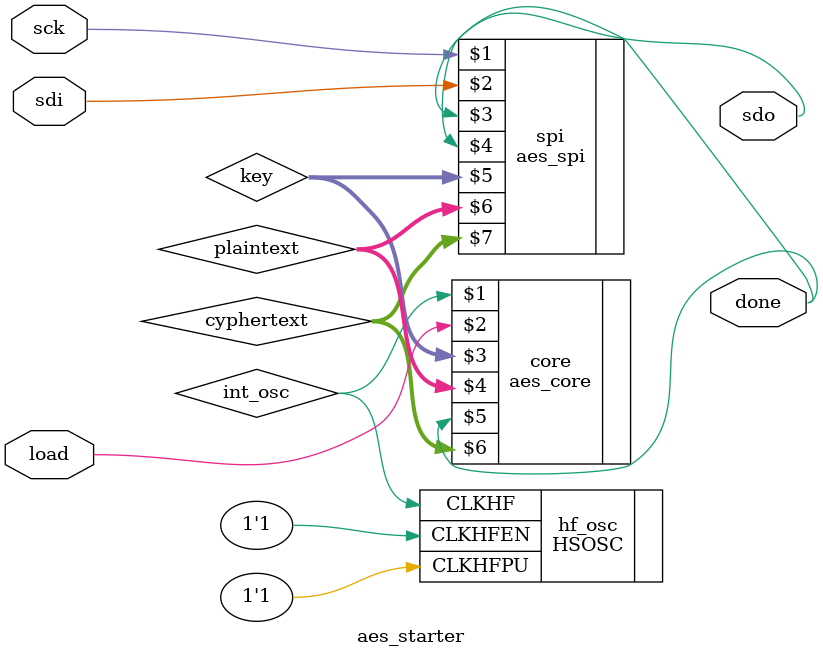
<source format=sv>

module aes_starter(//input logic int_osc,
			input  logic sck, 
           input  logic sdi,
           output logic sdo,
           input  logic load,
           output logic done);
                    
    logic [127:0] key, plaintext, cyphertext;
    HSOSC hf_osc (.CLKHFPU(1'b1), .CLKHFEN(1'b1), .CLKHF(int_osc));
	//logic reset;
    aes_spi spi(sck, sdi, sdo, done, key, plaintext, cyphertext);   
    aes_core core(int_osc,load, key, plaintext, done, cyphertext);
endmodule

</source>
